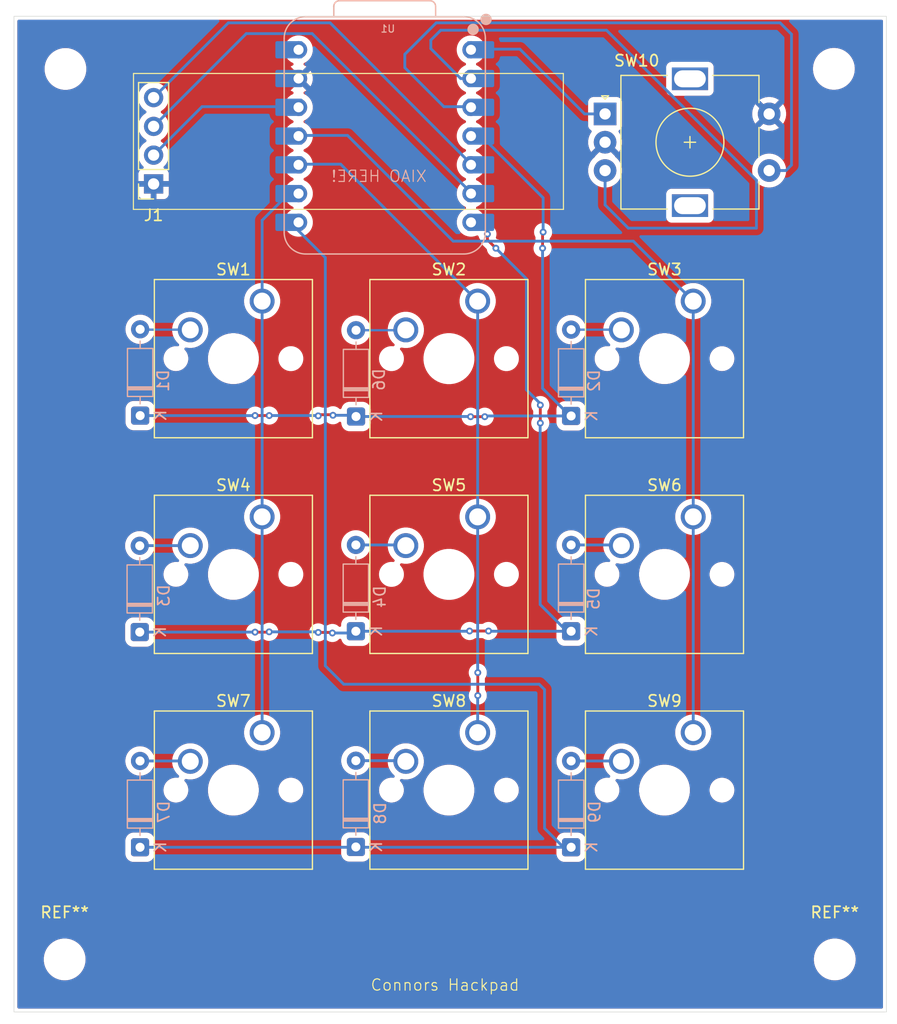
<source format=kicad_pcb>
(kicad_pcb (version 20241229) (generator "pcbnew") (generator_version "9.0")
  (layers (0 "F.Cu" signal) (2 "B.Cu" signal) (13 "F.Paste" user) (15 "B.Paste" user) (5 "F.SilkS" user "F.Silkscreen") (7 "B.SilkS" user "B.Silkscreen") (1 "F.Mask" user) (3 "B.Mask" user) (25 "Edge.Cuts" user))
  (net 0 "")
  (net 1 "Net-(D1-A)")
  (net 2 "ROW1")
  (net 3 "Net-(D2-A)")
  (net 4 "Net-(D3-A)")
  (net 5 "ROW2")
  (net 6 "Net-(D4-A)")
  (net 7 "Net-(D5-A)")
  (net 8 "Net-(D6-A)")
  (net 9 "ROW3")
  (net 10 "Net-(D7-A)")
  (net 11 "Net-(D8-A)")
  (net 12 "Net-(D9-A)")
  (net 13 "GND")
  (net 14 "Net-(J1-Pin_2)")
  (net 15 "Net-(J1-Pin_3)")
  (net 16 "Net-(J1-Pin_4)")
  (net 17 "COL1")
  (net 18 "COL2")
  (net 19 "COL3")
  (net 20 "Net-(U1-GPIO26{slash}ADC0{slash}A0)")
  (net 21 "Net-(U1-GPIO28{slash}ADC2{slash}A2)")
  (net 22 "Net-(U1-GPIO27{slash}ADC1{slash}A1)")
  (footprint "Button_Switch_Keyboard:SW_Cherry_MX_1.00u_PCB" (layer "F.Cu") (at 181.13375 104.4575)
    (property "Reference" "SW7" (at -2.54 -2.794 0) (layer "F.SilkS"))
    (property "Value" "SW_Push")
    (fp_line (start -9.525 -1.905) (end 4.445 -1.905) (stroke (width 0.12)) (layer "F.SilkS"))
    (fp_line (start -9.525 12.065) (end -9.525 -1.905) (stroke (width 0.12)) (layer "F.SilkS"))
    (fp_line (start 4.445 -1.905) (end 4.445 12.065) (stroke (width 0.12)) (layer "F.SilkS"))
    (fp_line (start 4.445 12.065) (end -9.525 12.065) (stroke (width 0.12)) (layer "F.SilkS"))
    (pad "" np_thru_hole circle (at -7.62 5.08) (size 1.7 1.7) (drill 1.7) (layers "*.Cu" "*.Mask"))
    (pad "" np_thru_hole circle (at -2.54 5.08) (size 4 4) (drill 4) (layers "*.Cu" "*.Mask"))
    (pad "" np_thru_hole circle (at 2.54 5.08) (size 1.7 1.7) (drill 1.7) (layers "*.Cu" "*.Mask"))
    (pad "1" thru_hole circle (at 0 0) (size 2.2 2.2) (drill 1.5) (layers "*.Cu" "*.Mask") (net 17 "COL1"))
    (pad "2" thru_hole circle (at -6.35 2.54) (size 2.2 2.2) (drill 1.5) (layers "*.Cu" "*.Mask") (net 10 "Net-(D7-A)"))
  )
  (footprint "Button_Switch_Keyboard:SW_Cherry_MX_1.00u_PCB" (layer "F.Cu") (at 200.18375 104.4575)
    (property "Reference" "SW8" (at -2.54 -2.794 0) (layer "F.SilkS"))
    (property "Value" "SW_Push")
    (fp_line (start -9.525 -1.905) (end 4.445 -1.905) (stroke (width 0.12)) (layer "F.SilkS"))
    (fp_line (start -9.525 12.065) (end -9.525 -1.905) (stroke (width 0.12)) (layer "F.SilkS"))
    (fp_line (start 4.445 -1.905) (end 4.445 12.065) (stroke (width 0.12)) (layer "F.SilkS"))
    (fp_line (start 4.445 12.065) (end -9.525 12.065) (stroke (width 0.12)) (layer "F.SilkS"))
    (pad "" np_thru_hole circle (at -7.62 5.08) (size 1.7 1.7) (drill 1.7) (layers "*.Cu" "*.Mask"))
    (pad "" np_thru_hole circle (at -2.54 5.08) (size 4 4) (drill 4) (layers "*.Cu" "*.Mask"))
    (pad "" np_thru_hole circle (at 2.54 5.08) (size 1.7 1.7) (drill 1.7) (layers "*.Cu" "*.Mask"))
    (pad "1" thru_hole circle (at 0 0) (size 2.2 2.2) (drill 1.5) (layers "*.Cu" "*.Mask") (net 18 "COL2"))
    (pad "2" thru_hole circle (at -6.35 2.54) (size 2.2 2.2) (drill 1.5) (layers "*.Cu" "*.Mask") (net 11 "Net-(D8-A)"))
  )
  (footprint "Connector_PinSocket_2.54mm:PinSocket_1x04_P2.54mm_Vertical" (layer "F.Cu") (at 171.54375 56.0075 180)
    (property "Reference" "J1" (at 0 -2.77 180) (layer "F.SilkS"))
    (property "Value" "Conn_01x04")
    (fp_line (start 1.33 1.27) (end 1.33 8.95) (stroke (width 0.12)) (layer "F.SilkS"))
    (fp_line (start 1.33 -1.33) (end 1.33 0) (stroke (width 0.12)) (layer "F.SilkS"))
    (fp_line (start 0 -1.33) (end 1.33 -1.33) (stroke (width 0.12)) (layer "F.SilkS"))
    (fp_line (start -1.33 8.95) (end 1.33 8.95) (stroke (width 0.12)) (layer "F.SilkS"))
    (fp_line (start -1.33 1.27) (end 1.33 1.27) (stroke (width 0.12)) (layer "F.SilkS"))
    (fp_line (start -1.33 1.27) (end -1.33 8.95) (stroke (width 0.12)) (layer "F.SilkS"))
    (pad "1" thru_hole rect (at 0 0 180) (size 1.7 1.7) (drill 1) (layers "*.Cu" "*.Mask") (net 13 "GND"))
    (pad "2" thru_hole circle (at 0 2.54 180) (size 1.7 1.7) (drill 1) (layers "*.Cu" "*.Mask") (net 14 "Net-(J1-Pin_2)"))
    (pad "3" thru_hole circle (at 0 5.08 180) (size 1.7 1.7) (drill 1) (layers "*.Cu" "*.Mask") (net 15 "Net-(J1-Pin_3)"))
    (pad "4" thru_hole circle (at 0 7.62 180) (size 1.7 1.7) (drill 1) (layers "*.Cu" "*.Mask") (net 16 "Net-(J1-Pin_4)"))
  )
  (footprint "MountingHole:MountingHole_3.2mm_M3" (layer "F.Cu") (at 231.74375 124.4875)
    (property "Reference" "REF**" (at 0 -4.15 0) (layer "F.SilkS"))
    (property "Value" "MountingHole_3.2mm_M3" (hide yes))
    (pad "" np_thru_hole circle (at 0 0) (size 3.2 3.2) (drill 3.2) (layers "*.Cu" "*.Mask"))
  )
  (footprint "Button_Switch_Keyboard:SW_Cherry_MX_1.00u_PCB" (layer "F.Cu") (at 200.18375 66.3575)
    (property "Reference" "SW2" (at -2.54 -2.794 0) (layer "F.SilkS"))
    (property "Value" "SW_Push")
    (fp_line (start -9.525 -1.905) (end 4.445 -1.905) (stroke (width 0.12)) (layer "F.SilkS"))
    (fp_line (start -9.525 12.065) (end -9.525 -1.905) (stroke (width 0.12)) (layer "F.SilkS"))
    (fp_line (start 4.445 -1.905) (end 4.445 12.065) (stroke (width 0.12)) (layer "F.SilkS"))
    (fp_line (start 4.445 12.065) (end -9.525 12.065) (stroke (width 0.12)) (layer "F.SilkS"))
    (pad "" np_thru_hole circle (at -7.62 5.08) (size 1.7 1.7) (drill 1.7) (layers "*.Cu" "*.Mask"))
    (pad "" np_thru_hole circle (at -2.54 5.08) (size 4 4) (drill 4) (layers "*.Cu" "*.Mask"))
    (pad "" np_thru_hole circle (at 2.54 5.08) (size 1.7 1.7) (drill 1.7) (layers "*.Cu" "*.Mask"))
    (pad "1" thru_hole circle (at 0 0) (size 2.2 2.2) (drill 1.5) (layers "*.Cu" "*.Mask") (net 18 "COL2"))
    (pad "2" thru_hole circle (at -6.35 2.54) (size 2.2 2.2) (drill 1.5) (layers "*.Cu" "*.Mask") (net 8 "Net-(D6-A)"))
  )
  (footprint "Button_Switch_Keyboard:SW_Cherry_MX_1.00u_PCB" (layer "F.Cu") (at 219.23375 85.4075)
    (property "Reference" "SW6" (at -2.54 -2.794 0) (layer "F.SilkS"))
    (property "Value" "SW_Push")
    (fp_line (start -9.525 -1.905) (end 4.445 -1.905) (stroke (width 0.12)) (layer "F.SilkS"))
    (fp_line (start -9.525 12.065) (end -9.525 -1.905) (stroke (width 0.12)) (layer "F.SilkS"))
    (fp_line (start 4.445 -1.905) (end 4.445 12.065) (stroke (width 0.12)) (layer "F.SilkS"))
    (fp_line (start 4.445 12.065) (end -9.525 12.065) (stroke (width 0.12)) (layer "F.SilkS"))
    (pad "" np_thru_hole circle (at -7.62 5.08) (size 1.7 1.7) (drill 1.7) (layers "*.Cu" "*.Mask"))
    (pad "" np_thru_hole circle (at -2.54 5.08) (size 4 4) (drill 4) (layers "*.Cu" "*.Mask"))
    (pad "" np_thru_hole circle (at 2.54 5.08) (size 1.7 1.7) (drill 1.7) (layers "*.Cu" "*.Mask"))
    (pad "1" thru_hole circle (at 0 0) (size 2.2 2.2) (drill 1.5) (layers "*.Cu" "*.Mask") (net 19 "COL3"))
    (pad "2" thru_hole circle (at -6.35 2.54) (size 2.2 2.2) (drill 1.5) (layers "*.Cu" "*.Mask") (net 7 "Net-(D5-A)"))
  )
  (footprint "Button_Switch_Keyboard:SW_Cherry_MX_1.00u_PCB" (layer "F.Cu") (at 181.13375 85.4075)
    (property "Reference" "SW4" (at -2.54 -2.794 0) (layer "F.SilkS"))
    (property "Value" "SW_Push")
    (fp_line (start -9.525 -1.905) (end 4.445 -1.905) (stroke (width 0.12)) (layer "F.SilkS"))
    (fp_line (start -9.525 12.065) (end -9.525 -1.905) (stroke (width 0.12)) (layer "F.SilkS"))
    (fp_line (start 4.445 -1.905) (end 4.445 12.065) (stroke (width 0.12)) (layer "F.SilkS"))
    (fp_line (start 4.445 12.065) (end -9.525 12.065) (stroke (width 0.12)) (layer "F.SilkS"))
    (pad "" np_thru_hole circle (at -7.62 5.08) (size 1.7 1.7) (drill 1.7) (layers "*.Cu" "*.Mask"))
    (pad "" np_thru_hole circle (at -2.54 5.08) (size 4 4) (drill 4) (layers "*.Cu" "*.Mask"))
    (pad "" np_thru_hole circle (at 2.54 5.08) (size 1.7 1.7) (drill 1.7) (layers "*.Cu" "*.Mask"))
    (pad "1" thru_hole circle (at 0 0) (size 2.2 2.2) (drill 1.5) (layers "*.Cu" "*.Mask") (net 17 "COL1"))
    (pad "2" thru_hole circle (at -6.35 2.54) (size 2.2 2.2) (drill 1.5) (layers "*.Cu" "*.Mask") (net 4 "Net-(D3-A)"))
  )
  (footprint "MountingHole:MountingHole_3.2mm_M3" (layer "F.Cu") (at 163.68375 124.4875)
    (property "Reference" "REF**" (at 0 -4.15 0) (layer "F.SilkS"))
    (property "Value" "MountingHole_3.2mm_M3" (hide yes))
    (pad "" np_thru_hole circle (at 0 0) (size 3.2 3.2) (drill 3.2) (layers "*.Cu" "*.Mask"))
  )
  (footprint "MountingHole:MountingHole_3.2mm_M3" (layer "F.Cu") (at 231.66375 45.8475)
    (property "Reference" "REF**" (hide yes))
    (property "Value" "MountingHole_3.2mm_M3" (hide yes))
    (pad "" np_thru_hole circle (at 0 0) (size 3.2 3.2) (drill 3.2) (layers "*.Cu" "*.Mask"))
  )
  (footprint "Button_Switch_Keyboard:SW_Cherry_MX_1.00u_PCB" (layer "F.Cu") (at 181.13375 66.3575)
    (property "Reference" "SW1" (at -2.54 -2.794 0) (layer "F.SilkS"))
    (property "Value" "SW_Push")
    (fp_line (start -9.525 -1.905) (end 4.445 -1.905) (stroke (width 0.12)) (layer "F.SilkS"))
    (fp_line (start -9.525 12.065) (end -9.525 -1.905) (stroke (width 0.12)) (layer "F.SilkS"))
    (fp_line (start 4.445 -1.905) (end 4.445 12.065) (stroke (width 0.12)) (layer "F.SilkS"))
    (fp_line (start 4.445 12.065) (end -9.525 12.065) (stroke (width 0.12)) (layer "F.SilkS"))
    (pad "" np_thru_hole circle (at -7.62 5.08) (size 1.7 1.7) (drill 1.7) (layers "*.Cu" "*.Mask"))
    (pad "" np_thru_hole circle (at -2.54 5.08) (size 4 4) (drill 4) (layers "*.Cu" "*.Mask"))
    (pad "" np_thru_hole circle (at 2.54 5.08) (size 1.7 1.7) (drill 1.7) (layers "*.Cu" "*.Mask"))
    (pad "1" thru_hole circle (at 0 0) (size 2.2 2.2) (drill 1.5) (layers "*.Cu" "*.Mask") (net 17 "COL1"))
    (pad "2" thru_hole circle (at -6.35 2.54) (size 2.2 2.2) (drill 1.5) (layers "*.Cu" "*.Mask") (net 1 "Net-(D1-A)"))
  )
  (footprint "Button_Switch_Keyboard:SW_Cherry_MX_1.00u_PCB" (layer "F.Cu") (at 219.23375 104.4575)
    (property "Reference" "SW9" (at -2.54 -2.794 0) (layer "F.SilkS"))
    (property "Value" "SW_Push")
    (fp_line (start -9.525 -1.905) (end 4.445 -1.905) (stroke (width 0.12)) (layer "F.SilkS"))
    (fp_line (start -9.525 12.065) (end -9.525 -1.905) (stroke (width 0.12)) (layer "F.SilkS"))
    (fp_line (start 4.445 -1.905) (end 4.445 12.065) (stroke (width 0.12)) (layer "F.SilkS"))
    (fp_line (start 4.445 12.065) (end -9.525 12.065) (stroke (width 0.12)) (layer "F.SilkS"))
    (pad "" np_thru_hole circle (at -7.62 5.08) (size 1.7 1.7) (drill 1.7) (layers "*.Cu" "*.Mask"))
    (pad "" np_thru_hole circle (at -2.54 5.08) (size 4 4) (drill 4) (layers "*.Cu" "*.Mask"))
    (pad "" np_thru_hole circle (at 2.54 5.08) (size 1.7 1.7) (drill 1.7) (layers "*.Cu" "*.Mask"))
    (pad "1" thru_hole circle (at 0 0) (size 2.2 2.2) (drill 1.5) (layers "*.Cu" "*.Mask") (net 19 "COL3"))
    (pad "2" thru_hole circle (at -6.35 2.54) (size 2.2 2.2) (drill 1.5) (layers "*.Cu" "*.Mask") (net 12 "Net-(D9-A)"))
  )
  (footprint "Rotary_Encoder:RotaryEncoder_Alps_EC11E-Switch_Vertical_H20mm" (layer "F.Cu") (at 211.44375 49.8275)
    (property "Reference" "SW10" (at 2.8 -4.7 0) (layer "F.SilkS"))
    (property "Value" "RotaryEncoder_Switch")
    (fp_line (start -0.3 -1.6) (end 0.3 -1.6) (stroke (width 0.12)) (layer "F.SilkS"))
    (fp_line (start 0 -1.3) (end -0.3 -1.6) (stroke (width 0.12)) (layer "F.SilkS"))
    (fp_line (start 0.3 -1.6) (end 0 -1.3) (stroke (width 0.12)) (layer "F.SilkS"))
    (fp_line (start 1.4 -3.4) (end 1.4 8.4) (stroke (width 0.12)) (layer "F.SilkS"))
    (fp_line (start 5.5 -3.4) (end 1.4 -3.4) (stroke (width 0.12)) (layer "F.SilkS"))
    (fp_line (start 5.5 8.4) (end 1.4 8.4) (stroke (width 0.12)) (layer "F.SilkS"))
    (fp_line (start 7 2.5) (end 8 2.5) (stroke (width 0.12)) (layer "F.SilkS"))
    (fp_line (start 7.5 2) (end 7.5 3) (stroke (width 0.12)) (layer "F.SilkS"))
    (fp_line (start 9.5 -3.4) (end 13.6 -3.4) (stroke (width 0.12)) (layer "F.SilkS"))
    (fp_line (start 13.6 -3.4) (end 13.6 -1) (stroke (width 0.12)) (layer "F.SilkS"))
    (fp_line (start 13.6 1.2) (end 13.6 3.8) (stroke (width 0.12)) (layer "F.SilkS"))
    (fp_line (start 13.6 6) (end 13.6 8.4) (stroke (width 0.12)) (layer "F.SilkS"))
    (fp_line (start 13.6 8.4) (end 9.5 8.4) (stroke (width 0.12)) (layer "F.SilkS"))
    (fp_circle (center 7.5 2.5) (end 10.5 2.5) (stroke (width 0.12)) (fill no) (layer "F.SilkS"))
    (pad "A" thru_hole rect (at 0 0) (size 2 2) (drill 1) (layers "*.Cu" "*.Mask") (net 20 "Net-(U1-GPIO26{slash}ADC0{slash}A0)"))
    (pad "B" thru_hole circle (at 0 5) (size 2 2) (drill 1) (layers "*.Cu" "*.Mask") (net 22 "Net-(U1-GPIO27{slash}ADC1{slash}A1)"))
    (pad "C" thru_hole circle (at 0 2.5) (size 2 2) (drill 1) (layers "*.Cu" "*.Mask") (net 13 "GND"))
    (pad "MP" thru_hole rect (at 7.5 -3.1) (size 3.2 2) (drill oval 2.8 1.5) (layers "*.Cu" "*.Mask"))
    (pad "MP" thru_hole rect (at 7.5 8.1) (size 3.2 2) (drill oval 2.8 1.5) (layers "*.Cu" "*.Mask"))
    (pad "S1" thru_hole circle (at 14.5 5) (size 2 2) (drill 1) (layers "*.Cu" "*.Mask") (net 21 "Net-(U1-GPIO28{slash}ADC2{slash}A2)"))
    (pad "S2" thru_hole circle (at 14.5 0) (size 2 2) (drill 1) (layers "*.Cu" "*.Mask") (net 13 "GND"))
  )
  (footprint "Button_Switch_Keyboard:SW_Cherry_MX_1.00u_PCB" (layer "F.Cu") (at 200.18375 85.4075)
    (property "Reference" "SW5" (at -2.54 -2.794 0) (layer "F.SilkS"))
    (property "Value" "SW_Push")
    (fp_line (start -9.525 -1.905) (end 4.445 -1.905) (stroke (width 0.12)) (layer "F.SilkS"))
    (fp_line (start -9.525 12.065) (end -9.525 -1.905) (stroke (width 0.12)) (layer "F.SilkS"))
    (fp_line (start 4.445 -1.905) (end 4.445 12.065) (stroke (width 0.12)) (layer "F.SilkS"))
    (fp_line (start 4.445 12.065) (end -9.525 12.065) (stroke (width 0.12)) (layer "F.SilkS"))
    (pad "" np_thru_hole circle (at -7.62 5.08) (size 1.7 1.7) (drill 1.7) (layers "*.Cu" "*.Mask"))
    (pad "" np_thru_hole circle (at -2.54 5.08) (size 4 4) (drill 4) (layers "*.Cu" "*.Mask"))
    (pad "" np_thru_hole circle (at 2.54 5.08) (size 1.7 1.7) (drill 1.7) (layers "*.Cu" "*.Mask"))
    (pad "1" thru_hole circle (at 0 0) (size 2.2 2.2) (drill 1.5) (layers "*.Cu" "*.Mask") (net 18 "COL2"))
    (pad "2" thru_hole circle (at -6.35 2.54) (size 2.2 2.2) (drill 1.5) (layers "*.Cu" "*.Mask") (net 6 "Net-(D4-A)"))
  )
  (footprint "MountingHole:MountingHole_3.2mm_M3" (layer "F.Cu") (at 163.75375 45.8575)
    (property "Reference" "REF**" (hide yes))
    (property "Value" "MountingHole_3.2mm_M3" (hide yes))
    (pad "" np_thru_hole circle (at 0 0) (size 3.2 3.2) (drill 3.2) (layers "*.Cu" "*.Mask"))
  )
  (footprint "Button_Switch_Keyboard:SW_Cherry_MX_1.00u_PCB" (layer "F.Cu") (at 219.23375 66.3575)
    (property "Reference" "SW3" (at -2.54 -2.794 0) (layer "F.SilkS"))
    (property "Value" "SW_Push")
    (fp_line (start -9.525 -1.905) (end 4.445 -1.905) (stroke (width 0.12)) (layer "F.SilkS"))
    (fp_line (start -9.525 12.065) (end -9.525 -1.905) (stroke (width 0.12)) (layer "F.SilkS"))
    (fp_line (start 4.445 -1.905) (end 4.445 12.065) (stroke (width 0.12)) (layer "F.SilkS"))
    (fp_line (start 4.445 12.065) (end -9.525 12.065) (stroke (width 0.12)) (layer "F.SilkS"))
    (pad "" np_thru_hole circle (at -7.62 5.08) (size 1.7 1.7) (drill 1.7) (layers "*.Cu" "*.Mask"))
    (pad "" np_thru_hole circle (at -2.54 5.08) (size 4 4) (drill 4) (layers "*.Cu" "*.Mask"))
    (pad "" np_thru_hole circle (at 2.54 5.08) (size 1.7 1.7) (drill 1.7) (layers "*.Cu" "*.Mask"))
    (pad "1" thru_hole circle (at 0 0) (size 2.2 2.2) (drill 1.5) (layers "*.Cu" "*.Mask") (net 19 "COL3"))
    (pad "2" thru_hole circle (at -6.35 2.54) (size 2.2 2.2) (drill 1.5) (layers "*.Cu" "*.Mask") (net 3 "Net-(D2-A)"))
  )
  (footprint "Diode_THT:D_DO-35_SOD27_P7.62mm_Horizontal" (layer "B.Cu") (at 189.41875 95.5075 90)
    (property "Reference" "D4" (at 3.045 2.12 90) (layer "B.SilkS") (effects (justify mirror)))
    (property "Value" "1N4148")
    (fp_line (start 6.58 0) (end 5.93 0) (stroke (width 0.12)) (layer "B.SilkS"))
    (fp_line (start 1.04 0) (end 1.69 0) (stroke (width 0.12)) (layer "B.SilkS"))
    (fp_line (start 2.53 1.12) (end 2.53 -1.12) (stroke (width 0.12)) (layer "B.SilkS"))
    (fp_line (start 2.41 1.12) (end 2.41 -1.12) (stroke (width 0.12)) (layer "B.SilkS"))
    (fp_line (start 2.29 1.12) (end 2.29 -1.12) (stroke (width 0.12)) (layer "B.SilkS"))
    (fp_rect (start 1.69 1.12) (end 5.93 -1.12) (stroke (width 0.12)) (fill no) (layer "B.SilkS"))
    (fp_text user "K" (at 0 1.8 90) (layer "B.SilkS") (effects (justify mirror)))
    (pad "1" thru_hole roundrect (at 0 0 90) (size 1.6 1.6) (drill 0.8) (layers "*.Cu" "*.Mask") (roundrect_rratio 0.15625) (net 5 "ROW2"))
    (pad "2" thru_hole circle (at 7.62 0 90) (size 1.6 1.6) (drill 0.8) (layers "*.Cu" "*.Mask") (net 6 "Net-(D4-A)"))
  )
  (footprint "Diode_THT:D_DO-35_SOD27_P7.62mm_Horizontal" (layer "B.Cu") (at 170.35375 76.4675 90)
    (property "Reference" "D1" (at 3.08 2.04 90) (layer "B.SilkS") (effects (justify mirror)))
    (property "Value" "1N4148")
    (fp_line (start 6.58 0) (end 5.93 0) (stroke (width 0.12)) (layer "B.SilkS"))
    (fp_line (start 1.04 0) (end 1.69 0) (stroke (width 0.12)) (layer "B.SilkS"))
    (fp_line (start 2.53 1.12) (end 2.53 -1.12) (stroke (width 0.12)) (layer "B.SilkS"))
    (fp_line (start 2.41 1.12) (end 2.41 -1.12) (stroke (width 0.12)) (layer "B.SilkS"))
    (fp_line (start 2.29 1.12) (end 2.29 -1.12) (stroke (width 0.12)) (layer "B.SilkS"))
    (fp_rect (start 1.69 1.12) (end 5.93 -1.12) (stroke (width 0.12)) (fill no) (layer "B.SilkS"))
    (fp_text user "K" (at 0 1.8 90) (layer "B.SilkS") (effects (justify mirror)))
    (pad "1" thru_hole roundrect (at 0 0 90) (size 1.6 1.6) (drill 0.8) (layers "*.Cu" "*.Mask") (roundrect_rratio 0.15625) (net 2 "ROW1"))
    (pad "2" thru_hole circle (at 7.62 0 90) (size 1.6 1.6) (drill 0.8) (layers "*.Cu" "*.Mask") (net 1 "Net-(D1-A)"))
  )
  (footprint "Diode_THT:D_DO-35_SOD27_P7.62mm_Horizontal" (layer "B.Cu") (at 189.41875 114.5575 90)
    (property "Reference" "D8" (at 2.97 2.15 90) (layer "B.SilkS") (effects (justify mirror)))
    (property "Value" "1N4148")
    (fp_line (start 6.58 0) (end 5.93 0) (stroke (width 0.12)) (layer "B.SilkS"))
    (fp_line (start 1.04 0) (end 1.69 0) (stroke (width 0.12)) (layer "B.SilkS"))
    (fp_line (start 2.53 1.12) (end 2.53 -1.12) (stroke (width 0.12)) (layer "B.SilkS"))
    (fp_line (start 2.41 1.12) (end 2.41 -1.12) (stroke (width 0.12)) (layer "B.SilkS"))
    (fp_line (start 2.29 1.12) (end 2.29 -1.12) (stroke (width 0.12)) (layer "B.SilkS"))
    (fp_rect (start 1.69 1.12) (end 5.93 -1.12) (stroke (width 0.12)) (fill no) (layer "B.SilkS"))
    (fp_text user "K" (at 0 1.8 90) (layer "B.SilkS") (effects (justify mirror)))
    (pad "1" thru_hole roundrect (at 0 0 90) (size 1.6 1.6) (drill 0.8) (layers "*.Cu" "*.Mask") (roundrect_rratio 0.15625) (net 9 "ROW3"))
    (pad "2" thru_hole circle (at 7.62 0 90) (size 1.6 1.6) (drill 0.8) (layers "*.Cu" "*.Mask") (net 11 "Net-(D8-A)"))
  )
  (footprint "Diode_THT:D_DO-35_SOD27_P7.62mm_Horizontal" (layer "B.Cu") (at 208.44375 95.5075 90)
    (property "Reference" "D5" (at 2.87 2 90) (layer "B.SilkS") (effects (justify mirror)))
    (property "Value" "1N4148")
    (fp_line (start 6.58 0) (end 5.93 0) (stroke (width 0.12)) (layer "B.SilkS"))
    (fp_line (start 1.04 0) (end 1.69 0) (stroke (width 0.12)) (layer "B.SilkS"))
    (fp_line (start 2.53 1.12) (end 2.53 -1.12) (stroke (width 0.12)) (layer "B.SilkS"))
    (fp_line (start 2.41 1.12) (end 2.41 -1.12) (stroke (width 0.12)) (layer "B.SilkS"))
    (fp_line (start 2.29 1.12) (end 2.29 -1.12) (stroke (width 0.12)) (layer "B.SilkS"))
    (fp_rect (start 1.69 1.12) (end 5.93 -1.12) (stroke (width 0.12)) (fill no) (layer "B.SilkS"))
    (fp_text user "K" (at 0 1.8 90) (layer "B.SilkS") (effects (justify mirror)))
    (pad "1" thru_hole roundrect (at 0 0 90) (size 1.6 1.6) (drill 0.8) (layers "*.Cu" "*.Mask") (roundrect_rratio 0.15625) (net 5 "ROW2"))
    (pad "2" thru_hole circle (at 7.62 0 90) (size 1.6 1.6) (drill 0.8) (layers "*.Cu" "*.Mask") (net 7 "Net-(D5-A)"))
  )
  (footprint "Diode_THT:D_DO-35_SOD27_P7.62mm_Horizontal" (layer "B.Cu") (at 170.34375 114.5825 90)
    (property "Reference" "D7" (at 3.12 2.1 90) (layer "B.SilkS") (effects (justify mirror)))
    (property "Value" "1N4148")
    (fp_line (start 6.58 0) (end 5.93 0) (stroke (width 0.12)) (layer "B.SilkS"))
    (fp_line (start 1.04 0) (end 1.69 0) (stroke (width 0.12)) (layer "B.SilkS"))
    (fp_line (start 2.53 1.12) (end 2.53 -1.12) (stroke (width 0.12)) (layer "B.SilkS"))
    (fp_line (start 2.41 1.12) (end 2.41 -1.12) (stroke (width 0.12)) (layer "B.SilkS"))
    (fp_line (start 2.29 1.12) (end 2.29 -1.12) (stroke (width 0.12)) (layer "B.SilkS"))
    (fp_rect (start 1.69 1.12) (end 5.93 -1.12) (stroke (width 0.12)) (fill no) (layer "B.SilkS"))
    (fp_text user "K" (at 0 1.8 90) (layer "B.SilkS") (effects (justify mirror)))
    (pad "1" thru_hole roundrect (at 0 0 90) (size 1.6 1.6) (drill 0.8) (layers "*.Cu" "*.Mask") (roundrect_rratio 0.15625) (net 9 "ROW3"))
    (pad "2" thru_hole circle (at 7.62 0 90) (size 1.6 1.6) (drill 0.8) (layers "*.Cu" "*.Mask") (net 10 "Net-(D7-A)"))
  )
  (footprint "Diode_THT:D_DO-35_SOD27_P7.62mm_Horizontal" (layer "B.Cu") (at 208.44375 114.5825 90)
    (property "Reference" "D9" (at 3.12 2.075 90) (layer "B.SilkS") (effects (justify mirror)))
    (property "Value" "1N4148")
    (fp_line (start 6.58 0) (end 5.93 0) (stroke (width 0.12)) (layer "B.SilkS"))
    (fp_line (start 1.04 0) (end 1.69 0) (stroke (width 0.12)) (layer "B.SilkS"))
    (fp_line (start 2.53 1.12) (end 2.53 -1.12) (stroke (width 0.12)) (layer "B.SilkS"))
    (fp_line (start 2.41 1.12) (end 2.41 -1.12) (stroke (width 0.12)) (layer "B.SilkS"))
    (fp_line (start 2.29 1.12) (end 2.29 -1.12) (stroke (width 0.12)) (layer "B.SilkS"))
    (fp_rect (start 1.69 1.12) (end 5.93 -1.12) (stroke (width 0.12)) (fill no) (layer "B.SilkS"))
    (fp_text user "K" (at 0 1.8 90) (layer "B.SilkS") (effects (justify mirror)))
    (pad "1" thru_hole roundrect (at 0 0 90) (size 1.6 1.6) (drill 0.8) (layers "*.Cu" "*.Mask") (roundrect_rratio 0.15625) (net 9 "ROW3"))
    (pad "2" thru_hole circle (at 7.62 0 90) (size 1.6 1.6) (drill 0.8) (layers "*.Cu" "*.Mask") (net 12 "Net-(D9-A)"))
  )
  (footprint "Diode_THT:D_DO-35_SOD27_P7.62mm_Horizontal" (layer "B.Cu") (at 170.31875 95.5825 90)
    (property "Reference" "D3" (at 3.22 2.125 90) (layer "B.SilkS") (effects (justify mirror)))
    (property "Value" "1N4148")
    (fp_line (start 6.58 0) (end 5.93 0) (stroke (width 0.12)) (layer "B.SilkS"))
    (fp_line (start 1.04 0) (end 1.69 0) (stroke (width 0.12)) (layer "B.SilkS"))
    (fp_line (start 2.53 1.12) (end 2.53 -1.12) (stroke (width 0.12)) (layer "B.SilkS"))
    (fp_line (start 2.41 1.12) (end 2.41 -1.12) (stroke (width 0.12)) (layer "B.SilkS"))
    (fp_line (start 2.29 1.12) (end 2.29 -1.12) (stroke (width 0.12)) (layer "B.SilkS"))
    (fp_rect (start 1.69 1.12) (end 5.93 -1.12) (stroke (width 0.12)) (fill no) (layer "B.SilkS"))
    (fp_text user "K" (at 0 1.8 90) (layer "B.SilkS") (effects (justify mirror)))
    (pad "1" thru_hole roundrect (at 0 0 90) (size 1.6 1.6) (drill 0.8) (layers "*.Cu" "*.Mask") (roundrect_rratio 0.15625) (net 5 "ROW2"))
    (pad "2" thru_hole circle (at 7.62 0 90) (size 1.6 1.6) (drill 0.8) (layers "*.Cu" "*.Mask") (net 4 "Net-(D3-A)"))
  )
  (footprint "Seeed Studio XIAO Series Library:XIAO-RP2040-DIP" (layer "B.Cu") (at 191.97375 51.7825 180)
    (property "Reference" "U1" (at -0.27 9.47 0) (layer "B.SilkS") (effects (font (size 0.635 0.635) (thickness 0.1016)) (justify mirror)))
    (property "Value" "XIAO-RP2040-DIP")
    (fp_line (start 8.89 -8.509) (end 8.89 8.636) (stroke (width 0.127)) (layer "B.SilkS"))
    (fp_line (start 6.985 10.541) (end -6.985 10.541) (stroke (width 0.1)) (layer "B.SilkS"))
    (fp_line (start 6.985 10.541) (end -6.985 10.541) (stroke (width 0.127)) (layer "B.SilkS"))
    (fp_line (start 4.504 11.451) (end 4.504 10.541) (stroke (width 0.127)) (layer "B.SilkS"))
    (fp_line (start -3.991272 11.951) (end 4.004 11.951) (stroke (width 0.127)) (layer "B.SilkS"))
    (fp_line (start -4.495 10.541) (end -4.491272 11.451272) (stroke (width 0.127)) (layer "B.SilkS"))
    (fp_line (start -6.985 -10.414) (end 6.985 -10.414) (stroke (width 0.127)) (layer "B.SilkS"))
    (fp_line (start -8.89 -8.509) (end -8.89 8.636) (stroke (width 0.127)) (layer "B.SilkS"))
    (fp_arc (start 8.89 8.636) (mid 8.332038 9.983038) (end 6.985 10.541) (stroke (width 0.127)) (layer "B.SilkS"))
    (fp_arc (start 6.985 -10.414) (mid 8.332038 -9.856038) (end 8.89 -8.509) (stroke (width 0.127)) (layer "B.SilkS"))
    (fp_arc (start 4.504 11.451) (mid 4.357553 11.804553) (end 4.004 11.951) (stroke (width 0.127)) (layer "B.SilkS"))
    (fp_arc (start -3.991272 11.951) (mid -4.344724 11.804644) (end -4.491272 11.451272) (stroke (width 0.127)) (layer "B.SilkS"))
    (fp_arc (start -6.985 10.541) (mid -8.332038 9.983038) (end -8.89 8.636) (stroke (width 0.127)) (layer "B.SilkS"))
    (fp_arc (start -8.89 -8.509) (mid -8.332038 -9.856038) (end -6.985 -10.414) (stroke (width 0.127)) (layer "B.SilkS"))
    (fp_circle (center -7.807 9.42) (end -7.807 9.674) (stroke (width 0.5)) (fill yes) (layer "B.SilkS"))
    (fp_circle (center -8.95 10.3) (end -8.95 10.554) (stroke (width 0.5)) (fill yes) (layer "B.SilkS"))
    (pad "1" smd roundrect (at -8.455 7.62) (size 2.432 1.524) (layers "B.Cu" "B.Mask") (roundrect_rratio 0.1) (net 20 "Net-(U1-GPIO26{slash}ADC0{slash}A0)"))
    (pad "1" thru_hole circle (at -7.62 7.62) (size 1.524 1.524) (drill 0.889) (layers "*.Cu" "*.Mask") (net 20 "Net-(U1-GPIO26{slash}ADC0{slash}A0)"))
    (pad "2" smd roundrect (at -8.455 5.08) (size 2.432 1.524) (layers "B.Cu" "B.Mask") (roundrect_rratio 0.1) (net 22 "Net-(U1-GPIO27{slash}ADC1{slash}A1)"))
    (pad "2" thru_hole circle (at -7.62 5.08) (size 1.524 1.524) (drill 0.889) (layers "*.Cu" "*.Mask") (net 22 "Net-(U1-GPIO27{slash}ADC1{slash}A1)"))
    (pad "3" smd roundrect (at -8.455 2.54) (size 2.432 1.524) (layers "B.Cu" "B.Mask") (roundrect_rratio 0.1) (net 21 "Net-(U1-GPIO28{slash}ADC2{slash}A2)"))
    (pad "3" thru_hole circle (at -7.62 2.54) (size 1.524 1.524) (drill 0.889) (layers "*.Cu" "*.Mask") (net 21 "Net-(U1-GPIO28{slash}ADC2{slash}A2)"))
    (pad "4" smd roundrect (at -8.455 0) (size 2.432 1.524) (layers "B.Cu" "B.Mask") (roundrect_rratio 0.1) (net 2 "ROW1"))
    (pad "4" thru_hole circle (at -7.62 0) (size 1.524 1.524) (drill 0.889) (layers "*.Cu" "*.Mask") (net 2 "ROW1"))
    (pad "5" smd roundrect (at -8.455 -2.54) (size 2.432 1.524) (layers "B.Cu" "B.Mask") (roundrect_rratio 0.1) (net 16 "Net-(J1-Pin_4)"))
    (pad "5" thru_hole circle (at -7.62 -2.54) (size 1.524 1.524) (drill 0.889) (layers "*.Cu" "*.Mask") (net 16 "Net-(J1-Pin_4)"))
    (pad "6" smd roundrect (at -8.455 -5.08) (size 2.432 1.524) (layers "B.Cu" "B.Mask") (roundrect_rratio 0.1) (net 15 "Net-(J1-Pin_3)"))
    (pad "6" thru_hole circle (at -7.62 -5.08) (size 1.524 1.524) (drill 0.889) (layers "*.Cu" "*.Mask") (net 15 "Net-(J1-Pin_3)"))
    (pad "7" smd roundrect (at -8.455 -7.62) (size 2.432 1.524) (layers "B.Cu" "B.Mask") (roundrect_rratio 0.1) (net 5 "ROW2"))
    (pad "7" thru_hole circle (at -7.62 -7.62) (size 1.524 1.524) (drill 0.889) (layers "*.Cu" "*.Mask") (net 5 "ROW2"))
    (pad "8" thru_hole circle (at 7.62 -7.62 180) (size 1.524 1.524) (drill 0.889) (layers "*.Cu" "*.Mask") (net 9 "ROW3"))
    (pad "8" smd roundrect (at 8.455 -7.62 180) (size 2.432 1.524) (layers "B.Cu" "B.Mask") (roundrect_rratio 0.1) (net 9 "ROW3"))
    (pad "9" thru_hole circle (at 7.62 -5.08 180) (size 1.524 1.524) (drill 0.889) (layers "*.Cu" "*.Mask") (net 17 "COL1"))
    (pad "9" smd roundrect (at 8.455 -5.08 180) (size 2.432 1.524) (layers "B.Cu" "B.Mask") (roundrect_rratio 0.1) (net 17 "COL1"))
    (pad "10" thru_hole circle (at 7.62 -2.54 180) (size 1.524 1.524) (drill 0.889) (layers "*.Cu" "*.Mask") (net 18 "COL2"))
    (pad "10" smd roundrect (at 8.455 -2.54 180) (size 2.432 1.524) (layers "B.Cu" "B.Mask") (roundrect_rratio 0.1) (net 18 "COL2"))
    (pad "11" thru_hole circle (at 7.62 0 180) (size 1.524 1.524) (drill 0.889) (layers "*.Cu" "*.Mask") (net 19 "COL3"))
    (pad "11" smd roundrect (at 8.455 0 180) (size 2.432 1.524) (layers "B.Cu" "B.Mask") (roundrect_rratio 0.1) (net 19 "COL3"))
    (pad "12" thru_hole circle (at 7.62 2.54 180) (size 1.524 1.524) (drill 0.889) (layers "*.Cu" "*.Mask") (net 14 "Net-(J1-Pin_2)"))
    (pad "12" smd roundrect (at 8.455 2.54 180) (size 2.432 1.524) (layers "B.Cu" "B.Mask") (roundrect_rratio 0.1) (net 14 "Net-(J1-Pin_2)"))
    (pad "13" thru_hole circle (at 7.62 5.08 180) (size 1.524 1.524) (drill 0.889) (layers "*.Cu" "*.Mask") (net 13 "GND"))
    (pad "13" smd roundrect (at 8.455 5.08 180) (size 2.432 1.524) (layers "B.Cu" "B.Mask") (roundrect_rratio 0.1) (net 13 "GND"))
    (pad "14" thru_hole circle (at 7.62 7.62 180) (size 1.524 1.524) (drill 0.889) (layers "*.Cu" "*.Mask"))
    (pad "14" smd roundrect (at 8.455 7.62 180) (size 2.432 1.524) (layers "B.Cu" "B.Mask") (roundrect_rratio 0.1))
  )
  (footprint "Diode_THT:D_DO-35_SOD27_P7.62mm_Horizontal" (layer "B.Cu") (at 189.43375 76.5475 90)
    (property "Reference" "D6" (at 3.26 2.035 90) (layer "B.SilkS") (effects (justify mirror)))
    (property "Value" "1N4148")
    (fp_line (start 6.58 0) (end 5.93 0) (stroke (width 0.12)) (layer "B.SilkS"))
    (fp_line (start 1.04 0) (end 1.69 0) (stroke (width 0.12)) (layer "B.SilkS"))
    (fp_line (start 2.53 1.12) (end 2.53 -1.12) (stroke (width 0.12)) (layer "B.SilkS"))
    (fp_line (start 2.41 1.12) (end 2.41 -1.12) (stroke (width 0.12)) (layer "B.SilkS"))
    (fp_line (start 2.29 1.12) (end 2.29 -1.12) (stroke (width 0.12)) (layer "B.SilkS"))
    (fp_rect (start 1.69 1.12) (end 5.93 -1.12) (stroke (width 0.12)) (fill no) (layer "B.SilkS"))
    (fp_text user "K" (at 0 1.8 90) (layer "B.SilkS") (effects (justify mirror)))
    (pad "1" thru_hole roundrect (at 0 0 90) (size 1.6 1.6) (drill 0.8) (layers "*.Cu" "*.Mask") (roundrect_rratio 0.15625) (net 2 "ROW1"))
    (pad "2" thru_hole circle (at 7.62 0 90) (size 1.6 1.6) (drill 0.8) (layers "*.Cu" "*.Mask") (net 8 "Net-(D6-A)"))
  )
  (footprint "Diode_THT:D_DO-35_SOD27_P7.62mm_Horizontal" (layer "B.Cu") (at 208.44375 76.4975 90)
    (property "Reference" "D2" (at 3.11 2.025 90) (layer "B.SilkS") (effects (justify mirror)))
    (property "Value" "1N4148")
    (fp_line (start 6.58 0) (end 5.93 0) (stroke (width 0.12)) (layer "B.SilkS"))
    (fp_line (start 1.04 0) (end 1.69 0) (stroke (width 0.12)) (layer "B.SilkS"))
    (fp_line (start 2.53 1.12) (end 2.53 -1.12) (stroke (width 0.12)) (layer "B.SilkS"))
    (fp_line (start 2.41 1.12) (end 2.41 -1.12) (stroke (width 0.12)) (layer "B.SilkS"))
    (fp_line (start 2.29 1.12) (end 2.29 -1.12) (stroke (width 0.12)) (layer "B.SilkS"))
    (fp_rect (start 1.69 1.12) (end 5.93 -1.12) (stroke (width 0.12)) (fill no) (layer "B.SilkS"))
    (fp_text user "K" (at 0 1.8 90) (layer "B.SilkS") (effects (justify mirror)))
    (pad "1" thru_hole roundrect (at 0 0 90) (size 1.6 1.6) (drill 0.8) (layers "*.Cu" "*.Mask") (roundrect_rratio 0.15625) (net 2 "ROW1"))
    (pad "2" thru_hole circle (at 7.62 0 90) (size 1.6 1.6) (drill 0.8) (layers "*.Cu" "*.Mask") (net 3 "Net-(D2-A)"))
  )
  (gr_line (start 207.75375 46.2575) (end 169.76875 46.2575) (stroke (width 0.1)) (layer "F.SilkS"))
  (gr_line (start 169.75875 58.2575) (end 169.76875 46.2575) (stroke (width 0.1)) (layer "F.SilkS"))
  (gr_line (start 207.76375 58.2575) (end 207.75375 46.2575) (stroke (width 0.1)) (layer "F.SilkS"))
  (gr_line (start 169.75875 58.2575) (end 207.76375 58.2575) (stroke (width 0.1)) (layer "F.SilkS"))
  (gr_rect (start 159.20375 41.2075) (end 236.30375 129.1275) (stroke (width 0.05)) (fill no) (layer "Edge.Cuts"))
  (gr_text "Connors Hackpad " (at 190.65875 127.3275 0) (layer "F.SilkS") (effects (font (size 1 1) (thickness 0.1)) (justify left bottom)))
  (gr_text "XIAO HERE!" (at 195.74375 55.9175 0) (layer "B.SilkS") (effects (font (size 1 1) (thickness 0.1)) (justify left bottom mirror)))
  (segment (start 170.34375 68.8775) (end 174.76375 68.8775) (width 0.2) (layer "B.Cu") (net 1))
  (segment (start 174.76375 68.8775) (end 174.78375 68.8975) (width 0.2) (layer "B.Cu") (net 1))
  (segment (start 180.50875 76.4625) (end 181.75875 76.4625) (width 0.25) (layer "F.Cu") (net 2))
  (segment (start 186.19375 76.3875) (end 187.16875 76.3875) (width 0.25) (layer "F.Cu") (net 2))
  (segment (start 199.55875 76.5625) (end 200.80875 76.5625) (width 0.25) (layer "F.Cu") (net 2))
  (segment (start 205.91875 60.3125) (end 205.96875 60.2625) (width 0.25) (layer "F.Cu") (net 2))
  (segment (start 187.16875 76.3875) (end 187.34375 76.3875) (width 0.25) (layer "F.Cu") (net 2))
  (segment (start 187.34375 76.3875) (end 187.39375 76.4375) (width 0.25) (layer "F.Cu") (net 2))
  (segment (start 205.91875 61.6875) (end 205.91875 60.3125) (width 0.25) (layer "F.Cu") (net 2))
  (segment (start 186.09375 76.4875) (end 186.19375 76.3875) (width 0.25) (layer "F.Cu") (net 2))
  (via (at 205.91875 61.6875) (size 0.6) (drill 0.3) (layers "F.Cu" "B.Cu") (net 2))
  (via (at 187.39375 76.4375) (size 0.6) (drill 0.3) (layers "F.Cu" "B.Cu") (net 2))
  (via (at 200.80875 76.5625) (size 0.6) (drill 0.3) (layers "F.Cu" "B.Cu") (net 2))
  (via (at 186.09375 76.4875) (size 0.6) (drill 0.3) (layers "F.Cu" "B.Cu") (net 2))
  (via (at 181.75875 76.4625) (size 0.6) (drill 0.3) (layers "F.Cu" "B.Cu") (net 2))
  (via (at 199.55875 76.5625) (size 0.6) (drill 0.3) (layers "F.Cu" "B.Cu") (net 2))
  (via (at 180.50875 76.4625) (size 0.6) (drill 0.3) (layers "F.Cu" "B.Cu") (net 2))
  (via (at 205.96875 60.2625) (size 0.6) (drill 0.3) (layers "F.Cu" "B.Cu") (net 2))
  (segment (start 208.35375 76.4975) (end 205.91875 74.0625) (width 0.25) (layer "B.Cu") (net 2))
  (segment (start 186.06875 76.4625) (end 186.09375 76.4875) (width 0.25) (layer "B.Cu") (net 2))
  (segment (start 187.39375 76.4375) (end 189.32375 76.4375) (width 0.25) (layer "B.Cu") (net 2))
  (segment (start 189.32375 76.4375) (end 189.43375 76.5475) (width 0.25) (layer "B.Cu") (net 2))
  (segment (start 200.80875 76.5625) (end 200.87375 76.4975) (width 0.25) (layer "B.Cu") (net 2))
  (segment (start 199.54375 76.5475) (end 199.55875 76.5625) (width 0.25) (layer "B.Cu") (net 2))
  (segment (start 181.75875 76.4625) (end 186.06875 76.4625) (width 0.25) (layer "B.Cu") (net 2))
  (segment (start 205.96875 57.2375) (end 200.45875 51.7275) (width 0.25) (layer "B.Cu") (net 2))
  (segment (start 200.87375 76.4975) (end 208.44375 76.4975) (width 0.25) (layer "B.Cu") (net 2))
  (segment (start 205.96875 60.2625) (end 205.96875 57.2375) (width 0.25) (layer "B.Cu") (net 2))
  (segment (start 170.35375 76.4675) (end 180.50375 76.4675) (width 0.25) (layer "B.Cu") (net 2))
  (segment (start 205.91875 74.0625) (end 205.91875 61.6875) (width 0.25) (layer "B.Cu") (net 2))
  (segment (start 208.44375 76.4975) (end 208.35375 76.4975) (width 0.25) (layer "B.Cu") (net 2))
  (segment (start 189.43375 76.5475) (end 199.54375 76.5475) (width 0.25) (layer "B.Cu") (net 2))
  (segment (start 180.50375 76.4675) (end 180.50875 76.4625) (width 0.25) (layer "B.Cu") (net 2))
  (segment (start 212.86375 68.8775) (end 212.88375 68.8975) (width 0.2) (layer "B.Cu") (net 3))
  (segment (start 208.44375 68.8775) (end 212.86375 68.8775) (width 0.2) (layer "B.Cu") (net 3))
  (segment (start 170.34375 87.6775) (end 170.35375 87.6775) (width 0.25) (layer "B.Cu") (net 4))
  (segment (start 174.78375 87.9475) (end 170.33375 87.9475) (width 0.25) (layer "B.Cu") (net 4))
  (segment (start 170.35375 87.6775) (end 170.36875 87.6625) (width 0.25) (layer "B.Cu") (net 4))
  (segment (start 170.33375 87.9475) (end 170.31875 87.9625) (width 0.25) (layer "B.Cu") (net 4))
  (segment (start 186.09375 95.6125) (end 187.29375 95.6125) (width 0.25) (layer "F.Cu") (net 5))
  (segment (start 187.29375 95.6125) (end 187.34375 95.6625) (width 0.25) (layer "F.Cu") (net 5))
  (segment (start 180.50875 95.5875) (end 181.73375 95.5875) (width 0.25) (layer "F.Cu") (net 5))
  (segment (start 201.14375 95.4875) (end 199.46875 95.4875) (width 0.25) (layer "F.Cu") (net 5))
  (segment (start 181.73375 95.5875) (end 181.75875 95.5625) (width 0.25) (layer "F.Cu") (net 5))
  (segment (start 205.71875 77.1225) (end 205.71875 75.5375) (width 0.25) (layer "F.Cu") (net 5))
  (segment (start 201.79375 61.6875) (end 201.04375 60.9375) (width 0.25) (layer "F.Cu") (net 5))
  (segment (start 201.04375 60.9375) (end 201.04375 60.4375) (width 0.25) (layer "F.Cu") (net 5))
  (via (at 205.71875 77.1225) (size 0.6) (drill 0.3) (layers "F.Cu" "B.Cu") (net 5))
  (via (at 201.04375 60.4375) (size 0.6) (drill 0.3) (layers "F.Cu" "B.Cu") (net 5))
  (via (at 187.34375 95.6625) (size 0.6) (drill 0.3) (layers "F.Cu" "B.Cu") (net 5))
  (via (at 186.09375 95.6125) (size 0.6) (drill 0.3) (layers "F.Cu" "B.Cu") (net 5))
  (via (at 201.79375 61.6875) (size 0.6) (drill 0.3) (layers "F.Cu" "B.Cu") (net 5))
  (via (at 181.75875 95.5625) (size 0.6) (drill 0.3) (layers "F.Cu" "B.Cu") (net 5))
  (via (at 205.71875 75.5375) (size 0.6) (drill 0.3) (layers "F.Cu" "B.Cu") (net 5))
  (via (at 201.14375 95.4875) (size 0.6) (drill 0.3) (layers "F.Cu" "B.Cu") (net 5))
  (via (at 180.50875 95.5875) (size 0.6) (drill 0.3) (layers "F.Cu" "B.Cu") (net 5))
  (via (at 199.46875 95.4875) (size 0.6) (drill 0.3) (layers "F.Cu" "B.Cu") (net 5))
  (segment (start 180.50375 95.5825) (end 180.50875 95.5875) (width 0.25) (layer "B.Cu") (net 5))
  (segment (start 201.04375 60.4375) (end 201.04375 59.9325) (width 0.25) (layer "B.Cu") (net 5))
  (segment (start 181.75875 95.5625) (end 186.04375 95.5625) (width 0.25) (layer "B.Cu") (net 5))
  (segment (start 186.04375 95.5625) (end 186.09375 95.6125) (width 0.25) (layer "B.Cu") (net 5))
  (segment (start 204.49375 64.3875) (end 201.79375 61.6875) (width 0.25) (layer "B.Cu") (net 5))
  (segment (start 199.50375 95.5075) (end 199.48375 95.4875) (width 0.25) (layer "B.Cu") (net 5))
  (segment (start 201.16375 95.5075) (end 208.44375 95.5075) (width 0.25) (layer "B.Cu") (net 5))
  (segment (start 189.41875 95.5075) (end 199.50375 95.5075) (width 0.25) (layer "B.Cu") (net 5))
  (segment (start 187.34375 95.6625) (end 189.26375 95.6625) (width 0.25) (layer "B.Cu") (net 5))
  (segment (start 201.14375 95.4875) (end 201.16375 95.5075) (width 0.25) (layer "B.Cu") (net 5))
  (segment (start 208.44375 95.5075) (end 208.06375 95.5075) (width 0.25) (layer "B.Cu") (net 5))
  (segment (start 170.31875 95.5825) (end 180.50375 95.5825) (width 0.25) (layer "B.Cu") (net 5))
  (segment (start 199.48375 95.4875) (end 199.46875 95.4875) (width 0.25) (layer "B.Cu") (net 5))
  (segment (start 189.26375 95.6625) (end 189.41875 95.5075) (width 0.25) (layer "B.Cu") (net 5))
  (segment (start 205.71875 75.5375) (end 205.71875 75.4125) (width 0.25) (layer "B.Cu") (net 5))
  (segment (start 208.06375 95.5075) (end 205.70475 93.1485) (width 0.25) (layer "B.Cu") (net 5))
  (segment (start 205.70475 77.1365) (end 205.71875 77.1225) (width 0.25) (layer "B.Cu") (net 5))
  (segment (start 204.49375 74.1875) (end 204.49375 64.3875) (width 0.25) (layer "B.Cu") (net 5))
  (segment (start 205.71875 75.4125) (end 204.49375 74.1875) (width 0.25) (layer "B.Cu") (net 5))
  (segment (start 205.70475 93.1485) (end 205.70475 77.1365) (width 0.25) (layer "B.Cu") (net 5))
  (segment (start 201.04375 59.9325) (end 200.45875 59.3475) (width 0.25) (layer "B.Cu") (net 5))
  (segment (start 193.77375 87.8875) (end 193.83375 87.9475) (width 0.25) (layer "B.Cu") (net 6))
  (segment (start 189.41875 87.8875) (end 193.77375 87.8875) (width 0.25) (layer "B.Cu") (net 6))
  (segment (start 212.82375 87.8875) (end 212.88375 87.9475) (width 0.25) (layer "B.Cu") (net 7))
  (segment (start 208.44375 87.8875) (end 212.82375 87.8875) (width 0.25) (layer "B.Cu") (net 7))
  (segment (start 193.80375 68.9275) (end 193.83375 68.8975) (width 0.2) (layer "B.Cu") (net 8))
  (segment (start 189.43375 68.9275) (end 193.80375 68.9275) (width 0.2) (layer "B.Cu") (net 8))
  (segment (start 170.34375 114.5825) (end 189.39375 114.5825) (width 0.25) (layer "B.Cu") (net 9))
  (segment (start 208.44375 114.5825) (end 207.76375 114.5825) (width 0.25) (layer "B.Cu") (net 9))
  (segment (start 207.76375 114.5825) (end 206.09375 112.9125) (width 0.25) (layer "B.Cu") (net 9))
  (segment (start 186.71875 62.5175) (end 183.54875 59.3475) (width 0.25) (layer "B.Cu") (net 9))
  (segment (start 186.71875 98.5625) (end 186.71875 62.5175) (width 0.25) (layer "B.Cu") (net 9))
  (segment (start 206.09375 112.9125) (end 206.09375 100.6625) (width 0.25) (layer "B.Cu") (net 9))
  (segment (start 188.34375 100.1875) (end 186.71875 98.5625) (width 0.25) (layer "B.Cu") (net 9))
  (segment (start 189.41875 114.5575) (end 189.44875 114.5575) (width 0.25) (layer "B.Cu") (net 9))
  (segment (start 189.44875 114.5575) (end 189.47375 114.5825) (width 0.25) (layer "B.Cu") (net 9))
  (segment (start 206.09375 100.6625) (end 205.61875 100.1875) (width 0.25) (layer "B.Cu") (net 9))
  (segment (start 189.39375 114.5825) (end 189.41875 114.5575) (width 0.25) (layer "B.Cu") (net 9))
  (segment (start 205.61875 100.1875) (end 188.34375 100.1875) (width 0.25) (layer "B.Cu") (net 9))
  (segment (start 189.47375 114.5825) (end 208.44375 114.5825) (width 0.25) (layer "B.Cu") (net 9))
  (segment (start 174.74875 106.9625) (end 174.78375 106.9975) (width 0.25) (layer "B.Cu") (net 10))
  (segment (start 170.34375 106.9625) (end 174.74875 106.9625) (width 0.25) (layer "B.Cu") (net 10))
  (segment (start 193.77375 106.9375) (end 193.83375 106.9975) (width 0.25) (layer "B.Cu") (net 11))
  (segment (start 189.41875 106.9375) (end 193.77375 106.9375) (width 0.25) (layer "B.Cu") (net 11))
  (segment (start 208.44375 106.9625) (end 212.84875 106.9625) (width 0.25) (layer "B.Cu") (net 12))
  (segment (start 212.84875 106.9625) (end 212.88375 106.9975) (width 0.25) (layer "B.Cu") (net 12))
  (segment (start 175.82375 49.1875) (end 183.54875 49.1875) (width 0.25) (layer "B.Cu") (net 14))
  (segment (start 171.54375 53.4675) (end 175.82375 49.1875) (width 0.25) (layer "B.Cu") (net 14))
  (segment (start 185.55375 42.7375) (end 199.62375 56.8075) (width 0.25) (layer "B.Cu") (net 15))
  (segment (start 171.54375 50.9275) (end 179.73375 42.7375) (width 0.25) (layer "B.Cu") (net 15))
  (segment (start 179.73375 42.7375) (end 185.55375 42.7375) (width 0.25) (layer "B.Cu") (net 15))
  (segment (start 171.54375 48.3875) (end 178.14775 41.7835) (width 0.25) (layer "B.Cu") (net 16))
  (segment (start 187.13975 41.7835) (end 199.62375 54.2675) (width 0.25) (layer "B.Cu") (net 16))
  (segment (start 178.14775 41.7835) (end 187.13975 41.7835) (width 0.25) (layer "B.Cu") (net 16))
  (segment (start 181.13375 59.2225) (end 183.54875 56.8075) (width 0.25) (layer "B.Cu") (net 17))
  (segment (start 181.13375 104.4575) (end 181.13375 85.4075) (width 0.25) (layer "B.Cu") (net 17))
  (segment (start 181.13375 66.3575) (end 181.13375 59.2225) (width 0.25) (layer "B.Cu") (net 17))
  (segment (start 181.13375 85.4075) (end 181.13375 66.3575) (width 0.25) (layer "B.Cu") (net 17))
  (segment (start 200.14375 99.1125) (end 200.19375 99.1625) (width 0.25) (layer "F.Cu") (net 18))
  (segment (start 200.19375 101.1875) (end 200.19375 99.1625) (width 0.25) (layer "F.Cu") (net 18))
  (via (at 200.19375 101.1875) (size 0.6) (drill 0.3) (layers "F.Cu" "B.Cu") (net 18))
  (via (at 200.19375 99.1625) (size 0.6) (drill 0.3) (layers "F.Cu" "B.Cu") (net 18))
  (segment (start 200.18375 66.3575) (end 200.16375 66.3575) (width 0.25) (layer "B.Cu") (net 18))
  (segment (start 200.18375 85.4075) (end 200.18375 66.3575) (width 0.25) (layer "B.Cu") (net 18))
  (segment (start 200.18375 104.4575) (end 200.18375 101.1975) (width 0.25) (layer "B.Cu") (net 18))
  (segment (start 200.16375 66.3575) (end 188.07375 54.2675) (width 0.25) (layer "B.Cu") (net 18))
  (segment (start 200.19375 99.1625) (end 200.18375 99.1525) (width 0.25) (layer "B.Cu") (net 18))
  (segment (start 200.18375 101.1975) (end 200.19375 101.1875) (width 0.25) (layer "B.Cu") (net 18))
  (segment (start 200.18375 99.1525) (end 200.18375 85.4075) (width 0.25) (layer "B.Cu") (net 18))
  (segment (start 188.07375 54.2675) (end 184.38375 54.2675) (width 0.25) (layer "B.Cu") (net 18))
  (segment (start 188.68375 51.7275) (end 184.38375 51.7275) (width 0.25) (layer "B.Cu") (net 19))
  (segment (start 219.23375 85.4075) (end 219.23375 66.3575) (width 0.25) (layer "B.Cu") (net 19))
  (segment (start 219.23375 66.3575) (end 213.93875 61.0625) (width 0.25) (layer "B.Cu") (net 19))
  (segment (start 198.01875 61.0625) (end 188.68375 51.7275) (width 0.25) (layer "B.Cu") (net 19))
  (segment (start 213.93875 61.0625) (end 198.01875 61.0625) (width 0.25) (layer "B.Cu") (net 19))
  (segment (start 219.23375 104.4575) (end 219.23375 85.4075) (width 0.25) (layer "B.Cu") (net 19))
  (segment (start 209.63375 49.8275) (end 203.91375 44.1075) (width 0.25) (layer "B.Cu") (net 20))
  (segment (start 211.44375 49.8275) (end 209.63375 49.8275) (width 0.25) (layer "B.Cu") (net 20))
  (segment (start 203.91375 44.1075) (end 200.45875 44.1075) (width 0.25) (layer "B.Cu") (net 20))
  (segment (start 227.42875 54.8275) (end 227.91875 54.3375) (width 0.25) (layer "B.Cu") (net 21))
  (segment (start 225.94375 54.8275) (end 227.42875 54.8275) (width 0.25) (layer "B.Cu") (net 21))
  (segment (start 227.91875 54.3375) (end 227.91875 42.7925) (width 0.25) (layer "B.Cu") (net 21))
  (segment (start 193.74375 45.7375) (end 197.19375 49.1875) (width 0.25) (layer "B.Cu") (net 21))
  (segment (start 226.90975 41.7835) (end 196.52275 41.7835) (width 0.25) (layer "B.Cu") (net 21))
  (segment (start 193.74375 44.5625) (end 193.74375 45.7375) (width 0.25) (layer "B.Cu") (net 21))
  (segment (start 196.52275 41.7835) (end 193.74375 44.5625) (width 0.25) (layer "B.Cu") (net 21))
  (segment (start 197.19375 49.1875) (end 199.62375 49.1875) (width 0.25) (layer "B.Cu") (net 21))
  (segment (start 227.91875 42.7925) (end 226.90975 41.7835) (width 0.25) (layer "B.Cu") (net 21))
  (segment (start 224.81875 55.6875) (end 211.56875 42.4375) (width 0.25) (layer "B.Cu") (net 22))
  (segment (start 198.68375 46.7025) (end 199.59375 46.7025) (width 0.25) (layer "B.Cu") (net 22))
  (segment (start 196.04375 44.0625) (end 198.68375 46.7025) (width 0.25) (layer "B.Cu") (net 22))
  (segment (start 224.81875 59.9125) (end 224.81875 55.6875) (width 0.25) (layer "B.Cu") (net 22))
  (segment (start 196.04375 43.3125) (end 196.04375 44.0625) (width 0.25) (layer "B.Cu") (net 22))
  (segment (start 211.44375 57.8625) (end 213.49375 59.9125) (width 0.25) (layer "B.Cu") (net 22))
  (segment (start 211.44375 54.8275) (end 211.44375 57.8625) (width 0.25) (layer "B.Cu") (net 22))
  (segment (start 211.56875 42.4375) (end 196.91875 42.4375) (width 0.25) (layer "B.Cu") (net 22))
  (segment (start 196.91875 42.4375) (end 196.04375 43.3125) (width 0.25) (layer "B.Cu") (net 22))
  (segment (start 213.49375 59.9125) (end 224.81875 59.9125) (width 0.25) (layer "B.Cu") (net 22))
  (zone (net 13) (net_name "GND") (layer "F.Cu") (priority 1) (connect_pads (clearance 0.5)) (min_thickness 0.25) (fill yes (thermal_gap 0.5) (thermal_bridge_width 0.5))
    (polygon (pts (xy 158.84375 40.5875) (xy 236.96875 40.5625) (xy 237.24375 130.0625) (xy 157.96875 130.2125)))
  )
  (zone (net 13) (net_name "GND") (layer "B.Cu") (connect_pads (clearance 0.5)) (min_thickness 0.25) (fill yes (thermal_gap 0.5) (thermal_bridge_width 0.5))
    (polygon (pts (xy 158.81875 40.5875) (xy 236.91875 40.5125) (xy 237.14375 130.0625) (xy 157.96875 130.2125)))
  )
)
</source>
